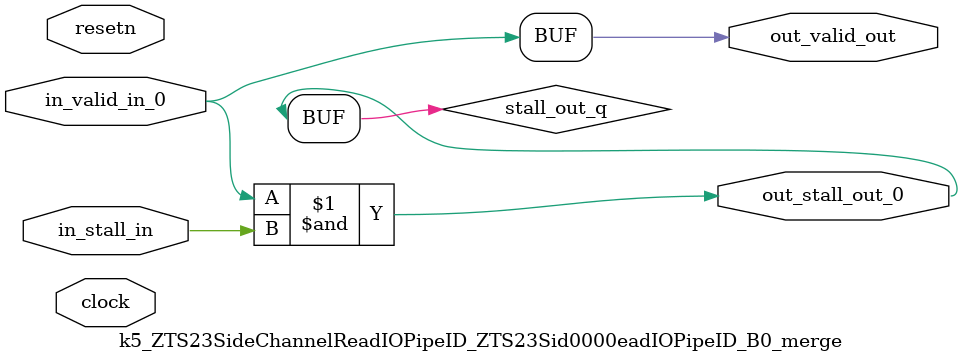
<source format=sv>



(* altera_attribute = "-name AUTO_SHIFT_REGISTER_RECOGNITION OFF; -name MESSAGE_DISABLE 10036; -name MESSAGE_DISABLE 10037; -name MESSAGE_DISABLE 14130; -name MESSAGE_DISABLE 14320; -name MESSAGE_DISABLE 15400; -name MESSAGE_DISABLE 14130; -name MESSAGE_DISABLE 10036; -name MESSAGE_DISABLE 12020; -name MESSAGE_DISABLE 12030; -name MESSAGE_DISABLE 12010; -name MESSAGE_DISABLE 12110; -name MESSAGE_DISABLE 14320; -name MESSAGE_DISABLE 13410; -name MESSAGE_DISABLE 113007; -name MESSAGE_DISABLE 10958" *)
module k5_ZTS23SideChannelReadIOPipeID_ZTS23Sid0000eadIOPipeID_B0_merge (
    input wire [0:0] in_stall_in,
    input wire [0:0] in_valid_in_0,
    output wire [0:0] out_stall_out_0,
    output wire [0:0] out_valid_out,
    input wire clock,
    input wire resetn
    );

    wire [0:0] stall_out_q;


    // stall_out(LOGICAL,6)
    assign stall_out_q = in_valid_in_0 & in_stall_in;

    // out_stall_out_0(GPOUT,4)
    assign out_stall_out_0 = stall_out_q;

    // out_valid_out(GPOUT,5)
    assign out_valid_out = in_valid_in_0;

endmodule

</source>
